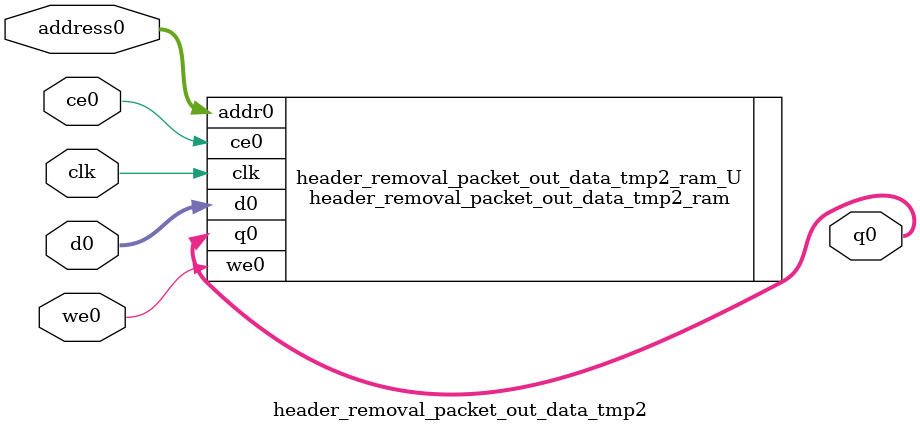
<source format=v>

`timescale 1 ns / 1 ps
module header_removal_packet_out_data_tmp2(
    clk,
    address0,
    ce0,
    we0,
    d0,
    q0);

parameter DataWidth = 32'd64;
parameter AddressRange = 32'd1024;
parameter AddressWidth = 32'd10;
input clk;
input[AddressWidth - 1:0] address0;
input ce0;
input we0;
input[DataWidth - 1:0] d0;
output[DataWidth - 1:0] q0;



header_removal_packet_out_data_tmp2_ram header_removal_packet_out_data_tmp2_ram_U(
    .clk( clk ),
    .addr0( address0 ),
    .ce0( ce0 ),
    .d0( d0 ),
    .we0( we0 ),
    .q0( q0 ));

endmodule

</source>
